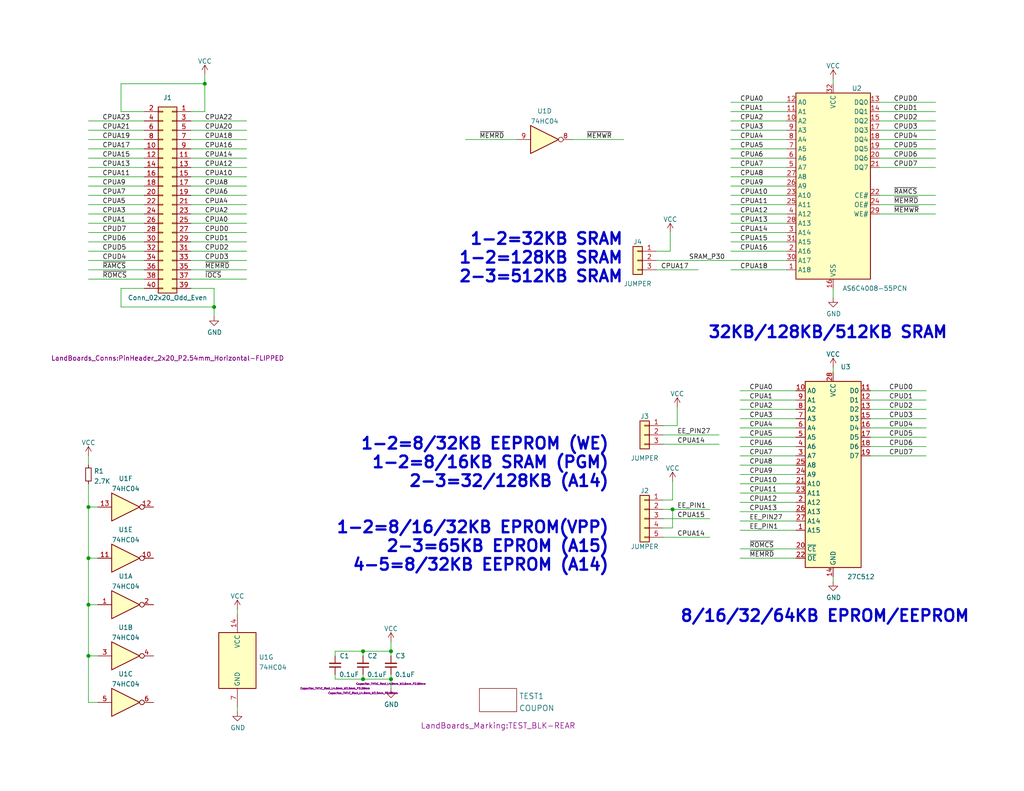
<source format=kicad_sch>
(kicad_sch (version 20230121) (generator eeschema)
  (paper "A")
  (title_block (title "LB-MEM-04") (date "2022-10-08") (rev "1") (company "Land Boards LLC") (comment 1 "SRAM/EPROM CARD"))
  (lib_symbols
    (symbol "74xx:74HC04"
      (property "Reference" "U" (at 0 1.27 0))
      (property "Value" "74HC04" (at 0 -1.27 0))
      (symbol "74HC04_1_0"
        (polyline (pts (xy -3.81 3.81) (xy -3.81 -3.81) (xy 3.81 0) (xy -3.81 3.81)) (stroke (width 0.254)) (fill (type background)))
        (pin input line (at -7.62 0 0) (length 3.81) (name "~") (number "1"))
        (pin output inverted (at 7.62 0 180) (length 3.81) (name "~") (number "2"))
      )
      (symbol "74HC04_2_0"
        (polyline (pts (xy -3.81 3.81) (xy -3.81 -3.81) (xy 3.81 0) (xy -3.81 3.81)) (stroke (width 0.254)) (fill (type background)))
        (pin input line (at -7.62 0 0) (length 3.81) (name "~") (number "3"))
        (pin output inverted (at 7.62 0 180) (length 3.81) (name "~") (number "4"))
      )
      (symbol "74HC04_3_0"
        (polyline (pts (xy -3.81 3.81) (xy -3.81 -3.81) (xy 3.81 0) (xy -3.81 3.81)) (stroke (width 0.254)) (fill (type background)))
        (pin input line (at -7.62 0 0) (length 3.81) (name "~") (number "5"))
        (pin output inverted (at 7.62 0 180) (length 3.81) (name "~") (number "6"))
      )
      (symbol "74HC04_4_0"
        (polyline (pts (xy -3.81 3.81) (xy -3.81 -3.81) (xy 3.81 0) (xy -3.81 3.81)) (stroke (width 0.254)) (fill (type background)))
        (pin output inverted (at 7.62 0 180) (length 3.81) (name "~") (number "8"))
        (pin input line (at -7.62 0 0) (length 3.81) (name "~") (number "9"))
      )
      (symbol "74HC04_5_0"
        (polyline (pts (xy -3.81 3.81) (xy -3.81 -3.81) (xy 3.81 0) (xy -3.81 3.81)) (stroke (width 0.254)) (fill (type background)))
        (pin output inverted (at 7.62 0 180) (length 3.81) (name "~") (number "10"))
        (pin input line (at -7.62 0 0) (length 3.81) (name "~") (number "11"))
      )
      (symbol "74HC04_6_0"
        (polyline (pts (xy -3.81 3.81) (xy -3.81 -3.81) (xy 3.81 0) (xy -3.81 3.81)) (stroke (width 0.254)) (fill (type background)))
        (pin output inverted (at 7.62 0 180) (length 3.81) (name "~") (number "12"))
        (pin input line (at -7.62 0 0) (length 3.81) (name "~") (number "13"))
      )
      (symbol "74HC04_7_0"
        (pin power_in line (at 0 12.7 270) (length 5.08) (name "VCC") (number "14"))
        (pin power_in line (at 0 -12.7 90) (length 5.08) (name "GND") (number "7"))
      )
      (symbol "74HC04_7_1"
        (rectangle (start -5.08 7.62) (end 5.08 -7.62) (stroke (width 0.254)) (fill (type background)))
      )
    )
    (symbol "Connector_Generic:Conn_01x03" (pin_names (offset 1.016) hide)
      (property "Reference" "J" (at 0 5.08 0))
      (property "Value" "Conn_01x03" (at 0 -5.08 0))
      (symbol "Conn_01x03_1_1"
        (rectangle (start -1.27 -2.413) (end 0 -2.667) (stroke (width 0.1524)))
        (rectangle (start -1.27 0.127) (end 0 -0.127) (stroke (width 0.1524)))
        (rectangle (start -1.27 2.667) (end 0 2.413) (stroke (width 0.1524)))
        (rectangle (start -1.27 3.81) (end 1.27 -3.81) (stroke (width 0.254)) (fill (type background)))
        (pin passive line (at -5.08 2.54 0) (length 3.81) (name "Pin_1") (number "1"))
        (pin passive line (at -5.08 0 0) (length 3.81) (name "Pin_2") (number "2"))
        (pin passive line (at -5.08 -2.54 0) (length 3.81) (name "Pin_3") (number "3"))
      )
    )
    (symbol "Connector_Generic:Conn_01x05" (pin_names (offset 1.016) hide)
      (property "Reference" "J" (at 0 7.62 0))
      (property "Value" "Conn_01x05" (at 0 -7.62 0))
      (symbol "Conn_01x05_1_1"
        (rectangle (start -1.27 -4.953) (end 0 -5.207) (stroke (width 0.1524)))
        (rectangle (start -1.27 -2.413) (end 0 -2.667) (stroke (width 0.1524)))
        (rectangle (start -1.27 0.127) (end 0 -0.127) (stroke (width 0.1524)))
        (rectangle (start -1.27 2.667) (end 0 2.413) (stroke (width 0.1524)))
        (rectangle (start -1.27 5.207) (end 0 4.953) (stroke (width 0.1524)))
        (rectangle (start -1.27 6.35) (end 1.27 -6.35) (stroke (width 0.254)) (fill (type background)))
        (pin passive line (at -5.08 5.08 0) (length 3.81) (name "Pin_1") (number "1"))
        (pin passive line (at -5.08 2.54 0) (length 3.81) (name "Pin_2") (number "2"))
        (pin passive line (at -5.08 0 0) (length 3.81) (name "Pin_3") (number "3"))
        (pin passive line (at -5.08 -2.54 0) (length 3.81) (name "Pin_4") (number "4"))
        (pin passive line (at -5.08 -5.08 0) (length 3.81) (name "Pin_5") (number "5"))
      )
    )
    (symbol "Connector_Generic:Conn_02x20_Odd_Even" (pin_names (offset 1.016) hide)
      (property "Reference" "J" (at 1.27 25.4 0))
      (property "Value" "Conn_02x20_Odd_Even" (at 1.27 -27.94 0))
      (symbol "Conn_02x20_Odd_Even_1_1"
        (rectangle (start -1.27 -25.273) (end 0 -25.527) (stroke (width 0.1524)))
        (rectangle (start -1.27 -22.733) (end 0 -22.987) (stroke (width 0.1524)))
        (rectangle (start -1.27 -20.193) (end 0 -20.447) (stroke (width 0.1524)))
        (rectangle (start -1.27 -17.653) (end 0 -17.907) (stroke (width 0.1524)))
        (rectangle (start -1.27 -15.113) (end 0 -15.367) (stroke (width 0.1524)))
        (rectangle (start -1.27 -12.573) (end 0 -12.827) (stroke (width 0.1524)))
        (rectangle (start -1.27 -10.033) (end 0 -10.287) (stroke (width 0.1524)))
        (rectangle (start -1.27 -7.493) (end 0 -7.747) (stroke (width 0.1524)))
        (rectangle (start -1.27 -4.953) (end 0 -5.207) (stroke (width 0.1524)))
        (rectangle (start -1.27 -2.413) (end 0 -2.667) (stroke (width 0.1524)))
        (rectangle (start -1.27 0.127) (end 0 -0.127) (stroke (width 0.1524)))
        (rectangle (start -1.27 2.667) (end 0 2.413) (stroke (width 0.1524)))
        (rectangle (start -1.27 5.207) (end 0 4.953) (stroke (width 0.1524)))
        (rectangle (start -1.27 7.747) (end 0 7.493) (stroke (width 0.1524)))
        (rectangle (start -1.27 10.287) (end 0 10.033) (stroke (width 0.1524)))
        (rectangle (start -1.27 12.827) (end 0 12.573) (stroke (width 0.1524)))
        (rectangle (start -1.27 15.367) (end 0 15.113) (stroke (width 0.1524)))
        (rectangle (start -1.27 17.907) (end 0 17.653) (stroke (width 0.1524)))
        (rectangle (start -1.27 20.447) (end 0 20.193) (stroke (width 0.1524)))
        (rectangle (start -1.27 22.987) (end 0 22.733) (stroke (width 0.1524)))
        (rectangle (start -1.27 24.13) (end 3.81 -26.67) (stroke (width 0.254)) (fill (type background)))
        (rectangle (start 3.81 -25.273) (end 2.54 -25.527) (stroke (width 0.1524)))
        (rectangle (start 3.81 -22.733) (end 2.54 -22.987) (stroke (width 0.1524)))
        (rectangle (start 3.81 -20.193) (end 2.54 -20.447) (stroke (width 0.1524)))
        (rectangle (start 3.81 -17.653) (end 2.54 -17.907) (stroke (width 0.1524)))
        (rectangle (start 3.81 -15.113) (end 2.54 -15.367) (stroke (width 0.1524)))
        (rectangle (start 3.81 -12.573) (end 2.54 -12.827) (stroke (width 0.1524)))
        (rectangle (start 3.81 -10.033) (end 2.54 -10.287) (stroke (width 0.1524)))
        (rectangle (start 3.81 -7.493) (end 2.54 -7.747) (stroke (width 0.1524)))
        (rectangle (start 3.81 -4.953) (end 2.54 -5.207) (stroke (width 0.1524)))
        (rectangle (start 3.81 -2.413) (end 2.54 -2.667) (stroke (width 0.1524)))
        (rectangle (start 3.81 0.127) (end 2.54 -0.127) (stroke (width 0.1524)))
        (rectangle (start 3.81 2.667) (end 2.54 2.413) (stroke (width 0.1524)))
        (rectangle (start 3.81 5.207) (end 2.54 4.953) (stroke (width 0.1524)))
        (rectangle (start 3.81 7.747) (end 2.54 7.493) (stroke (width 0.1524)))
        (rectangle (start 3.81 10.287) (end 2.54 10.033) (stroke (width 0.1524)))
        (rectangle (start 3.81 12.827) (end 2.54 12.573) (stroke (width 0.1524)))
        (rectangle (start 3.81 15.367) (end 2.54 15.113) (stroke (width 0.1524)))
        (rectangle (start 3.81 17.907) (end 2.54 17.653) (stroke (width 0.1524)))
        (rectangle (start 3.81 20.447) (end 2.54 20.193) (stroke (width 0.1524)))
        (rectangle (start 3.81 22.987) (end 2.54 22.733) (stroke (width 0.1524)))
        (pin passive line (at -5.08 22.86 0) (length 3.81) (name "Pin_1") (number "1"))
        (pin passive line (at 7.62 12.7 180) (length 3.81) (name "Pin_10") (number "10"))
        (pin passive line (at -5.08 10.16 0) (length 3.81) (name "Pin_11") (number "11"))
        (pin passive line (at 7.62 10.16 180) (length 3.81) (name "Pin_12") (number "12"))
        (pin passive line (at -5.08 7.62 0) (length 3.81) (name "Pin_13") (number "13"))
        (pin passive line (at 7.62 7.62 180) (length 3.81) (name "Pin_14") (number "14"))
        (pin passive line (at -5.08 5.08 0) (length 3.81) (name "Pin_15") (number "15"))
        (pin passive line (at 7.62 5.08 180) (length 3.81) (name "Pin_16") (number "16"))
        (pin passive line (at -5.08 2.54 0) (length 3.81) (name "Pin_17") (number "17"))
        (pin passive line (at 7.62 2.54 180) (length 3.81) (name "Pin_18") (number "18"))
        (pin passive line (at -5.08 0 0) (length 3.81) (name "Pin_19") (number "19"))
        (pin passive line (at 7.62 22.86 180) (length 3.81) (name "Pin_2") (number "2"))
        (pin passive line (at 7.62 0 180) (length 3.81) (name "Pin_20") (number "20"))
        (pin passive line (at -5.08 -2.54 0) (length 3.81) (name "Pin_21") (number "21"))
        (pin passive line (at 7.62 -2.54 180) (length 3.81) (name "Pin_22") (number "22"))
        (pin passive line (at -5.08 -5.08 0) (length 3.81) (name "Pin_23") (number "23"))
        (pin passive line (at 7.62 -5.08 180) (length 3.81) (name "Pin_24") (number "24"))
        (pin passive line (at -5.08 -7.62 0) (length 3.81) (name "Pin_25") (number "25"))
        (pin passive line (at 7.62 -7.62 180) (length 3.81) (name "Pin_26") (number "26"))
        (pin passive line (at -5.08 -10.16 0) (length 3.81) (name "Pin_27") (number "27"))
        (pin passive line (at 7.62 -10.16 180) (length 3.81) (name "Pin_28") (number "28"))
        (pin passive line (at -5.08 -12.7 0) (length 3.81) (name "Pin_29") (number "29"))
        (pin passive line (at -5.08 20.32 0) (length 3.81) (name "Pin_3") (number "3"))
        (pin passive line (at 7.62 -12.7 180) (length 3.81) (name "Pin_30") (number "30"))
        (pin passive line (at -5.08 -15.24 0) (length 3.81) (name "Pin_31") (number "31"))
        (pin passive line (at 7.62 -15.24 180) (length 3.81) (name "Pin_32") (number "32"))
        (pin passive line (at -5.08 -17.78 0) (length 3.81) (name "Pin_33") (number "33"))
        (pin passive line (at 7.62 -17.78 180) (length 3.81) (name "Pin_34") (number "34"))
        (pin passive line (at -5.08 -20.32 0) (length 3.81) (name "Pin_35") (number "35"))
        (pin passive line (at 7.62 -20.32 180) (length 3.81) (name "Pin_36") (number "36"))
        (pin passive line (at -5.08 -22.86 0) (length 3.81) (name "Pin_37") (number "37"))
        (pin passive line (at 7.62 -22.86 180) (length 3.81) (name "Pin_38") (number "38"))
        (pin passive line (at -5.08 -25.4 0) (length 3.81) (name "Pin_39") (number "39"))
        (pin passive line (at 7.62 20.32 180) (length 3.81) (name "Pin_4") (number "4"))
        (pin passive line (at 7.62 -25.4 180) (length 3.81) (name "Pin_40") (number "40"))
        (pin passive line (at -5.08 17.78 0) (length 3.81) (name "Pin_5") (number "5"))
        (pin passive line (at 7.62 17.78 180) (length 3.81) (name "Pin_6") (number "6"))
        (pin passive line (at -5.08 15.24 0) (length 3.81) (name "Pin_7") (number "7"))
        (pin passive line (at 7.62 15.24 180) (length 3.81) (name "Pin_8") (number "8"))
        (pin passive line (at -5.08 12.7 0) (length 3.81) (name "Pin_9") (number "9"))
      )
    )
    (symbol "Device:C_Small" (pin_numbers hide) (pin_names (offset 0.254) hide)
      (property "Reference" "C" (at 0.254 1.778 0))
      (property "Value" "C_Small" (at 0.254 -2.032 0))
      (symbol "C_Small_0_1"
        (polyline (pts (xy -1.524 -0.508) (xy 1.524 -0.508)) (stroke (width 0.3302)))
        (polyline (pts (xy -1.524 0.508) (xy 1.524 0.508)) (stroke (width 0.3048)))
      )
      (symbol "C_Small_1_1"
        (pin passive line (at 0 2.54 270) (length 2.032) (name "~") (number "1"))
        (pin passive line (at 0 -2.54 90) (length 2.032) (name "~") (number "2"))
      )
    )
    (symbol "Device:R_Small" (pin_numbers hide) (pin_names (offset 0.254) hide)
      (property "Reference" "R" (at 0.762 0.508 0))
      (property "Value" "R_Small" (at 0.762 -1.016 0))
      (symbol "R_Small_0_1"
        (rectangle (start -0.762 1.778) (end 0.762 -1.778) (stroke (width 0.2032)))
      )
      (symbol "R_Small_1_1"
        (pin passive line (at 0 2.54 270) (length 0.762) (name "~") (number "1"))
        (pin passive line (at 0 -2.54 90) (length 0.762) (name "~") (number "2"))
      )
    )
    (symbol "LandBoards:COUPON" (pin_names (offset 1.016))
      (property "Reference" "COUP?" (at 0 0 0))
      (property "Value" "COUPON" (at 0 0 0))
      (symbol "COUPON_0_1"
        (rectangle (start -5.08 0) (end 5.08 6.35))
      )
    )
    (symbol "Memory_EPROM:27C512"
      (property "Reference" "U" (at -7.62 26.67 0))
      (property "Value" "27C512" (at 2.54 -26.67 0))
      (symbol "27C512_1_1"
        (rectangle (start -7.62 25.4) (end 7.62 -25.4) (stroke (width 0.254)) (fill (type background)))
        (pin input line (at -10.16 -15.24 0) (length 2.54) (name "A15") (number "1"))
        (pin input line (at -10.16 22.86 0) (length 2.54) (name "A0") (number "10"))
        (pin tri_state line (at 10.16 22.86 180) (length 2.54) (name "D0") (number "11"))
        (pin tri_state line (at 10.16 20.32 180) (length 2.54) (name "D1") (number "12"))
        (pin tri_state line (at 10.16 17.78 180) (length 2.54) (name "D2") (number "13"))
        (pin power_in line (at 0 -27.94 90) (length 2.54) (name "GND") (number "14"))
        (pin tri_state line (at 10.16 15.24 180) (length 2.54) (name "D3") (number "15"))
        (pin tri_state line (at 10.16 12.7 180) (length 2.54) (name "D4") (number "16"))
        (pin tri_state line (at 10.16 10.16 180) (length 2.54) (name "D5") (number "17"))
        (pin tri_state line (at 10.16 7.62 180) (length 2.54) (name "D6") (number "18"))
        (pin tri_state line (at 10.16 5.08 180) (length 2.54) (name "D7") (number "19"))
        (pin input line (at -10.16 -7.62 0) (length 2.54) (name "A12") (number "2"))
        (pin input line (at -10.16 -20.32 0) (length 2.54) (name "~{CE}") (number "20"))
        (pin input line (at -10.16 -2.54 0) (length 2.54) (name "A10") (number "21"))
        (pin input line (at -10.16 -22.86 0) (length 2.54) (name "~{OE}") (number "22"))
        (pin input line (at -10.16 -5.08 0) (length 2.54) (name "A11") (number "23"))
        (pin input line (at -10.16 0 0) (length 2.54) (name "A9") (number "24"))
        (pin input line (at -10.16 2.54 0) (length 2.54) (name "A8") (number "25"))
        (pin input line (at -10.16 -10.16 0) (length 2.54) (name "A13") (number "26"))
        (pin input line (at -10.16 -12.7 0) (length 2.54) (name "A14") (number "27"))
        (pin power_in line (at 0 27.94 270) (length 2.54) (name "VCC") (number "28"))
        (pin input line (at -10.16 5.08 0) (length 2.54) (name "A7") (number "3"))
        (pin input line (at -10.16 7.62 0) (length 2.54) (name "A6") (number "4"))
        (pin input line (at -10.16 10.16 0) (length 2.54) (name "A5") (number "5"))
        (pin input line (at -10.16 12.7 0) (length 2.54) (name "A4") (number "6"))
        (pin input line (at -10.16 15.24 0) (length 2.54) (name "A3") (number "7"))
        (pin input line (at -10.16 17.78 0) (length 2.54) (name "A2") (number "8"))
        (pin input line (at -10.16 20.32 0) (length 2.54) (name "A1") (number "9"))
      )
    )
    (symbol "Memory_RAM:AS6C4008-55PCN"
      (property "Reference" "U" (at -10.16 26.035 0))
      (property "Value" "AS6C4008-55PCN" (at 2.54 26.035 0))
      (symbol "AS6C4008-55PCN_0_0"
        (pin power_in line (at 0 -27.94 90) (length 2.54) (name "VSS") (number "16"))
        (pin power_in line (at 0 27.94 270) (length 2.54) (name "VCC") (number "32"))
      )
      (symbol "AS6C4008-55PCN_0_1"
        (rectangle (start -10.16 25.4) (end 10.16 -25.4) (stroke (width 0.254)) (fill (type background)))
      )
      (symbol "AS6C4008-55PCN_1_1"
        (pin input line (at -12.7 -22.86 0) (length 2.54) (name "A18") (number "1"))
        (pin input line (at -12.7 17.78 0) (length 2.54) (name "A2") (number "10"))
        (pin input line (at -12.7 20.32 0) (length 2.54) (name "A1") (number "11"))
        (pin input line (at -12.7 22.86 0) (length 2.54) (name "A0") (number "12"))
        (pin tri_state line (at 12.7 22.86 180) (length 2.54) (name "DQ0") (number "13"))
        (pin tri_state line (at 12.7 20.32 180) (length 2.54) (name "DQ1") (number "14"))
        (pin tri_state line (at 12.7 17.78 180) (length 2.54) (name "DQ2") (number "15"))
        (pin tri_state line (at 12.7 15.24 180) (length 2.54) (name "DQ3") (number "17"))
        (pin tri_state line (at 12.7 12.7 180) (length 2.54) (name "DQ4") (number "18"))
        (pin tri_state line (at 12.7 10.16 180) (length 2.54) (name "DQ5") (number "19"))
        (pin input line (at -12.7 -17.78 0) (length 2.54) (name "A16") (number "2"))
        (pin tri_state line (at 12.7 7.62 180) (length 2.54) (name "DQ6") (number "20"))
        (pin tri_state line (at 12.7 5.08 180) (length 2.54) (name "DQ7") (number "21"))
        (pin input line (at 12.7 -2.54 180) (length 2.54) (name "CE#") (number "22"))
        (pin input line (at -12.7 -2.54 0) (length 2.54) (name "A10") (number "23"))
        (pin input line (at 12.7 -5.08 180) (length 2.54) (name "OE#") (number "24"))
        (pin input line (at -12.7 -5.08 0) (length 2.54) (name "A11") (number "25"))
        (pin input line (at -12.7 0 0) (length 2.54) (name "A9") (number "26"))
        (pin input line (at -12.7 2.54 0) (length 2.54) (name "A8") (number "27"))
        (pin input line (at -12.7 -10.16 0) (length 2.54) (name "A13") (number "28"))
        (pin input line (at 12.7 -7.62 180) (length 2.54) (name "WE#") (number "29"))
        (pin input line (at -12.7 -12.7 0) (length 2.54) (name "A14") (number "3"))
        (pin input line (at -12.7 -20.32 0) (length 2.54) (name "A17") (number "30"))
        (pin input line (at -12.7 -15.24 0) (length 2.54) (name "A15") (number "31"))
        (pin input line (at -12.7 -7.62 0) (length 2.54) (name "A12") (number "4"))
        (pin input line (at -12.7 5.08 0) (length 2.54) (name "A7") (number "5"))
        (pin input line (at -12.7 7.62 0) (length 2.54) (name "A6") (number "6"))
        (pin input line (at -12.7 10.16 0) (length 2.54) (name "A5") (number "7"))
        (pin input line (at -12.7 12.7 0) (length 2.54) (name "A4") (number "8"))
        (pin input line (at -12.7 15.24 0) (length 2.54) (name "A3") (number "9"))
      )
    )
    (symbol "power:GND" (power) (pin_names (offset 0))
      (property "Value" "GND" (at 0 -3.81 0))
      (symbol "GND_0_1"
        (polyline (pts (xy 0 0) (xy 0 -1.27) (xy 1.27 -1.27) (xy 0 -2.54) (xy -1.27 -1.27) (xy 0 -1.27)))
      )
      (symbol "GND_1_1"
        (pin power_in line (at 0 0 270) (length 0) hide (name "GND") (number "1"))
      )
    )
    (symbol "power:VCC" (power) (pin_names (offset 0))
      (property "Value" "VCC" (at 0 3.81 0))
      (symbol "VCC_0_1"
        (polyline (pts (xy -0.762 1.27) (xy 0 2.54)))
        (polyline (pts (xy 0 0) (xy 0 2.54)))
        (polyline (pts (xy 0 2.54) (xy 0.762 1.27)))
      )
      (symbol "VCC_1_1"
        (pin power_in line (at 0 0 90) (length 0) hide (name "VCC") (number "1"))
      )
    )
  )
  (junction (at 24.13 179.07))
  (junction (at 99.06 177.8))
  (junction (at 58.42 83.82))
  (junction (at 55.88 22.86))
  (junction (at 99.06 185.42))
  (junction (at 183.515 139.065))
  (junction (at 24.13 152.4))
  (junction (at 106.68 177.8))
  (junction (at 106.68 185.42))
  (junction (at 24.13 165.1))
  (junction (at 24.13 138.43))
  (wire (pts (xy 240.03 43.18) (xy 255.27 43.18)))
  (wire (pts (xy 199.39 38.1) (xy 214.63 38.1)))
  (wire (pts (xy 237.49 116.84) (xy 252.73 116.84)))
  (wire (pts (xy 201.93 129.54) (xy 217.17 129.54)))
  (wire (pts (xy 227.33 100.33) (xy 227.33 101.6)))
  (wire (pts (xy 106.68 185.42) (xy 99.06 185.42)))
  (wire (pts (xy 237.49 119.38) (xy 252.73 119.38)))
  (wire (pts (xy 179.07 73.66) (xy 190.5 73.66)))
  (wire (pts (xy 240.03 33.02) (xy 255.27 33.02)))
  (wire (pts (xy 106.68 179.07) (xy 106.68 177.8)))
  (wire (pts (xy 180.975 139.065) (xy 183.515 139.065)))
  (wire (pts (xy 179.07 68.58) (xy 182.88 68.58)))
  (wire (pts (xy 52.07 53.34) (xy 67.31 53.34)))
  (wire (pts (xy 99.06 185.42) (xy 91.44 185.42)))
  (wire (pts (xy 52.07 78.74) (xy 58.42 78.74)))
  (wire (pts (xy 106.68 185.42) (xy 106.68 187.96)))
  (wire (pts (xy 201.93 109.22) (xy 217.17 109.22)))
  (wire (pts (xy 201.93 132.08) (xy 217.17 132.08)))
  (wire (pts (xy 24.13 191.77) (xy 26.67 191.77)))
  (wire (pts (xy 24.13 76.2) (xy 39.37 76.2)))
  (wire (pts (xy 106.68 175.26) (xy 106.68 177.8)))
  (wire (pts (xy 180.975 121.285) (xy 196.215 121.285)))
  (wire (pts (xy 199.39 60.96) (xy 214.63 60.96)))
  (wire (pts (xy 201.93 124.46) (xy 217.17 124.46)))
  (wire (pts (xy 180.975 146.685) (xy 193.675 146.685)))
  (wire (pts (xy 24.13 165.1) (xy 24.13 179.07)))
  (wire (pts (xy 55.88 30.48) (xy 55.88 22.86)))
  (wire (pts (xy 201.93 119.38) (xy 217.17 119.38)))
  (wire (pts (xy 52.07 45.72) (xy 67.31 45.72)))
  (wire (pts (xy 24.13 48.26) (xy 39.37 48.26)))
  (wire (pts (xy 58.42 83.82) (xy 33.02 83.82)))
  (wire (pts (xy 52.07 66.04) (xy 67.31 66.04)))
  (wire (pts (xy 182.88 63.5) (xy 182.88 68.58)))
  (wire (pts (xy 64.77 194.31) (xy 64.77 193.04)))
  (wire (pts (xy 24.13 35.56) (xy 39.37 35.56)))
  (wire (pts (xy 199.39 58.42) (xy 214.63 58.42)))
  (wire (pts (xy 180.975 141.605) (xy 193.675 141.605)))
  (wire (pts (xy 237.49 124.46) (xy 252.73 124.46)))
  (wire (pts (xy 91.44 185.42) (xy 91.44 184.15)))
  (wire (pts (xy 199.39 43.18) (xy 214.63 43.18)))
  (wire (pts (xy 237.49 114.3) (xy 252.73 114.3)))
  (wire (pts (xy 199.39 63.5) (xy 214.63 63.5)))
  (wire (pts (xy 24.13 138.43) (xy 24.13 152.4)))
  (wire (pts (xy 184.785 111.125) (xy 184.785 116.205)))
  (wire (pts (xy 201.93 114.3) (xy 217.17 114.3)))
  (wire (pts (xy 227.33 21.59) (xy 227.33 22.86)))
  (wire (pts (xy 240.03 45.72) (xy 255.27 45.72)))
  (wire (pts (xy 183.515 139.065) (xy 193.675 139.065)))
  (wire (pts (xy 52.07 76.2) (xy 67.31 76.2)))
  (wire (pts (xy 55.88 22.86) (xy 33.02 22.86)))
  (wire (pts (xy 201.93 137.16) (xy 217.17 137.16)))
  (wire (pts (xy 183.515 131.445) (xy 183.515 136.525)))
  (wire (pts (xy 183.515 144.145) (xy 180.975 144.145)))
  (wire (pts (xy 201.93 139.7) (xy 217.17 139.7)))
  (wire (pts (xy 52.07 60.96) (xy 67.31 60.96)))
  (wire (pts (xy 199.39 33.02) (xy 214.63 33.02)))
  (wire (pts (xy 52.07 58.42) (xy 67.31 58.42)))
  (wire (pts (xy 240.03 40.64) (xy 255.27 40.64)))
  (wire (pts (xy 24.13 33.02) (xy 39.37 33.02)))
  (wire (pts (xy 24.13 53.34) (xy 39.37 53.34)))
  (wire (pts (xy 24.13 152.4) (xy 24.13 165.1)))
  (wire (pts (xy 24.13 38.1) (xy 39.37 38.1)))
  (wire (pts (xy 24.13 132.08) (xy 24.13 138.43)))
  (wire (pts (xy 24.13 45.72) (xy 39.37 45.72)))
  (wire (pts (xy 55.88 22.86) (xy 55.88 20.32)))
  (wire (pts (xy 24.13 68.58) (xy 39.37 68.58)))
  (wire (pts (xy 127 38.1) (xy 140.97 38.1)))
  (wire (pts (xy 24.13 71.12) (xy 39.37 71.12)))
  (wire (pts (xy 199.39 30.48) (xy 214.63 30.48)))
  (wire (pts (xy 201.93 152.4) (xy 217.17 152.4)))
  (wire (pts (xy 201.93 127) (xy 217.17 127)))
  (wire (pts (xy 106.68 184.15) (xy 106.68 185.42)))
  (wire (pts (xy 199.39 68.58) (xy 214.63 68.58)))
  (wire (pts (xy 199.39 27.94) (xy 214.63 27.94)))
  (wire (pts (xy 26.67 179.07) (xy 24.13 179.07)))
  (wire (pts (xy 24.13 60.96) (xy 39.37 60.96)))
  (wire (pts (xy 33.02 22.86) (xy 33.02 30.48)))
  (wire (pts (xy 201.93 149.86) (xy 217.17 149.86)))
  (wire (pts (xy 24.13 73.66) (xy 39.37 73.66)))
  (wire (pts (xy 99.06 179.07) (xy 99.06 177.8)))
  (wire (pts (xy 91.44 179.07) (xy 91.44 177.8)))
  (wire (pts (xy 52.07 43.18) (xy 67.31 43.18)))
  (wire (pts (xy 199.39 35.56) (xy 214.63 35.56)))
  (wire (pts (xy 199.39 50.8) (xy 214.63 50.8)))
  (wire (pts (xy 58.42 83.82) (xy 58.42 86.36)))
  (wire (pts (xy 201.93 111.76) (xy 217.17 111.76)))
  (wire (pts (xy 240.03 27.94) (xy 255.27 27.94)))
  (wire (pts (xy 52.07 38.1) (xy 67.31 38.1)))
  (wire (pts (xy 240.03 58.42) (xy 255.27 58.42)))
  (wire (pts (xy 237.49 106.68) (xy 252.73 106.68)))
  (wire (pts (xy 52.07 40.64) (xy 67.31 40.64)))
  (wire (pts (xy 180.975 136.525) (xy 183.515 136.525)))
  (wire (pts (xy 227.33 78.74) (xy 227.33 81.28)))
  (wire (pts (xy 58.42 78.74) (xy 58.42 83.82)))
  (wire (pts (xy 240.03 55.88) (xy 255.27 55.88)))
  (wire (pts (xy 201.93 134.62) (xy 217.17 134.62)))
  (wire (pts (xy 52.07 33.02) (xy 67.31 33.02)))
  (wire (pts (xy 240.03 30.48) (xy 255.27 30.48)))
  (wire (pts (xy 52.07 35.56) (xy 67.31 35.56)))
  (wire (pts (xy 227.33 157.48) (xy 227.33 158.75)))
  (wire (pts (xy 180.975 116.205) (xy 184.785 116.205)))
  (wire (pts (xy 24.13 43.18) (xy 39.37 43.18)))
  (wire (pts (xy 52.07 55.88) (xy 67.31 55.88)))
  (wire (pts (xy 237.49 111.76) (xy 252.73 111.76)))
  (wire (pts (xy 199.39 66.04) (xy 214.63 66.04)))
  (wire (pts (xy 99.06 177.8) (xy 106.68 177.8)))
  (wire (pts (xy 24.13 40.64) (xy 39.37 40.64)))
  (wire (pts (xy 201.93 121.92) (xy 217.17 121.92)))
  (wire (pts (xy 52.07 48.26) (xy 67.31 48.26)))
  (wire (pts (xy 199.39 53.34) (xy 214.63 53.34)))
  (wire (pts (xy 52.07 63.5) (xy 67.31 63.5)))
  (wire (pts (xy 99.06 184.15) (xy 99.06 185.42)))
  (wire (pts (xy 201.93 144.78) (xy 217.17 144.78)))
  (wire (pts (xy 199.39 48.26) (xy 214.63 48.26)))
  (wire (pts (xy 52.07 50.8) (xy 67.31 50.8)))
  (wire (pts (xy 24.13 152.4) (xy 26.67 152.4)))
  (wire (pts (xy 237.49 121.92) (xy 252.73 121.92)))
  (wire (pts (xy 199.39 55.88) (xy 214.63 55.88)))
  (wire (pts (xy 179.07 71.12) (xy 214.63 71.12)))
  (wire (pts (xy 199.39 40.64) (xy 214.63 40.64)))
  (wire (pts (xy 33.02 30.48) (xy 39.37 30.48)))
  (wire (pts (xy 52.07 68.58) (xy 67.31 68.58)))
  (wire (pts (xy 52.07 30.48) (xy 55.88 30.48)))
  (wire (pts (xy 24.13 138.43) (xy 26.67 138.43)))
  (wire (pts (xy 24.13 63.5) (xy 39.37 63.5)))
  (wire (pts (xy 201.93 116.84) (xy 217.17 116.84)))
  (wire (pts (xy 24.13 66.04) (xy 39.37 66.04)))
  (wire (pts (xy 183.515 139.065) (xy 183.515 144.145)))
  (wire (pts (xy 240.03 38.1) (xy 255.27 38.1)))
  (wire (pts (xy 201.93 106.68) (xy 217.17 106.68)))
  (wire (pts (xy 24.13 165.1) (xy 26.67 165.1)))
  (wire (pts (xy 201.93 142.24) (xy 217.17 142.24)))
  (wire (pts (xy 33.02 78.74) (xy 39.37 78.74)))
  (wire (pts (xy 240.03 35.56) (xy 255.27 35.56)))
  (wire (pts (xy 237.49 109.22) (xy 252.73 109.22)))
  (wire (pts (xy 24.13 179.07) (xy 24.13 191.77)))
  (wire (pts (xy 24.13 55.88) (xy 39.37 55.88)))
  (wire (pts (xy 156.21 38.1) (xy 170.18 38.1)))
  (wire (pts (xy 199.39 45.72) (xy 214.63 45.72)))
  (wire (pts (xy 240.03 53.34) (xy 255.27 53.34)))
  (wire (pts (xy 24.13 58.42) (xy 39.37 58.42)))
  (wire (pts (xy 91.44 177.8) (xy 99.06 177.8)))
  (wire (pts (xy 52.07 71.12) (xy 67.31 71.12)))
  (wire (pts (xy 33.02 83.82) (xy 33.02 78.74)))
  (wire (pts (xy 180.975 118.745) (xy 196.215 118.745)))
  (wire (pts (xy 24.13 50.8) (xy 39.37 50.8)))
  (wire (pts (xy 64.77 166.37) (xy 64.77 167.64)))
  (wire (pts (xy 52.07 73.66) (xy 67.31 73.66)))
  (wire (pts (xy 24.13 124.46) (xy 24.13 127)))
  (wire (pts (xy 199.39 73.66) (xy 214.63 73.66)))
  (text "32KB/128KB/512KB SRAM" (at 193.04 92.71 0) (effects (font (size 3.175 3.175) (thickness 0.635) bold) (justify left bottom)))
  (text "1-2=8/32KB EEPROM (WE)\n1-2=8/16KB SRAM (PGM)\n2-3=32/128KB (A14)" (at 166.37 133.35 0) (effects (font (size 3.175 3.175) (thickness 0.635) bold) (justify right bottom)))
  (text "1-2=8/16/32KB EPROM(VPP)\n2-3=65KB EPROM (A15)\n4-5=8/32KB EEPROM (A14)" (at 166.37 156.21 0) (effects (font (size 3.175 3.175) (thickness 0.635) bold) (justify right bottom)))
  (text "8/16/32/64KB EPROM/EEPROM" (at 185.42 170.18 0) (effects (font (size 3.175 3.175) (thickness 0.635) bold) (justify left bottom)))
  (text "1-2=32KB SRAM\n1-2=128KB SRAM\n2-3=512KB SRAM" (at 170.18 77.47 0) (effects (font (size 3.175 3.175) (thickness 0.635) bold) (justify right bottom)))
  (label "CPUD0" (at 242.57 106.68 0))
  (label "CPUA4" (at 55.88 55.88 0))
  (label "CPUD1" (at 242.57 109.22 0))
  (label "CPUA12" (at 55.88 45.72 0))
  (label "CPUA9" (at 27.94 50.8 0))
  (label "CPUA17" (at 180.34 73.66 0))
  (label "CPUA6" (at 201.93 43.18 0))
  (label "CPUA6" (at 204.47 121.92 0))
  (label "CPUA20" (at 55.88 35.56 0))
  (label "CPUD3" (at 55.88 71.12 0))
  (label "CPUA2" (at 201.93 33.02 0))
  (label "CPUD4" (at 242.57 116.84 0))
  (label "CPUA8" (at 201.93 48.26 0))
  (label "~{RAMCS}" (at 243.84 53.34 0))
  (label "CPUD6" (at 242.57 121.92 0))
  (label "CPUD3" (at 243.84 35.56 0))
  (label "CPUD2" (at 242.57 111.76 0))
  (label "~{MEMWR}" (at 160.02 38.1 0))
  (label "EE_PIN1" (at 184.785 139.065 0))
  (label "CPUD2" (at 55.88 68.58 0))
  (label "CPUA11" (at 201.93 55.88 0))
  (label "CPUA3" (at 27.94 58.42 0))
  (label "EE_PIN1" (at 204.47 144.78 0))
  (label "CPUA15" (at 27.94 43.18 0))
  (label "CPUA2" (at 55.88 58.42 0))
  (label "CPUA7" (at 204.47 124.46 0))
  (label "CPUD4" (at 243.84 38.1 0))
  (label "CPUD2" (at 243.84 33.02 0))
  (label "CPUA19" (at 27.94 38.1 0))
  (label "CPUA11" (at 27.94 48.26 0))
  (label "CPUA5" (at 204.47 119.38 0))
  (label "~{MEMRD}" (at 130.81 38.1 0))
  (label "CPUD4" (at 27.94 71.12 0))
  (label "CPUA5" (at 201.93 40.64 0))
  (label "CPUA14" (at 201.93 63.5 0))
  (label "CPUA2" (at 204.47 111.76 0))
  (label "CPUA15" (at 184.785 141.605 0))
  (label "CPUA18" (at 55.88 38.1 0))
  (label "CPUA15" (at 201.93 66.04 0))
  (label "EE_PIN27" (at 184.785 118.745 0))
  (label "CPUA7" (at 27.94 53.34 0))
  (label "CPUA14" (at 184.785 121.285 0))
  (label "~{IOCS}" (at 55.88 76.2 0))
  (label "~{MEMRD}" (at 55.88 73.66 0))
  (label "~{MEMRD}" (at 204.47 152.4 0))
  (label "CPUA13" (at 204.47 139.7 0))
  (label "CPUD0" (at 55.88 63.5 0))
  (label "CPUA0" (at 201.93 27.94 0))
  (label "CPUA3" (at 201.93 35.56 0))
  (label "CPUD5" (at 243.84 40.64 0))
  (label "~{RAMCS}" (at 27.94 73.66 0))
  (label "EE_PIN27" (at 204.47 142.24 0))
  (label "CPUA9" (at 201.93 50.8 0))
  (label "~{ROMCS}" (at 204.47 149.86 0))
  (label "CPUD6" (at 243.84 43.18 0))
  (label "CPUD1" (at 243.84 30.48 0))
  (label "CPUA10" (at 55.88 48.26 0))
  (label "CPUD7" (at 243.84 45.72 0))
  (label "CPUD5" (at 27.94 68.58 0))
  (label "CPUA9" (at 204.47 129.54 0))
  (label "CPUA14" (at 55.88 43.18 0))
  (label "CPUA10" (at 201.93 53.34 0))
  (label "CPUA12" (at 204.47 137.16 0))
  (label "CPUA1" (at 201.93 30.48 0))
  (label "CPUA4" (at 201.93 38.1 0))
  (label "CPUD7" (at 27.94 63.5 0))
  (label "CPUA12" (at 201.93 58.42 0))
  (label "CPUA10" (at 204.47 132.08 0))
  (label "CPUA11" (at 204.47 134.62 0))
  (label "CPUA4" (at 204.47 116.84 0))
  (label "CPUA0" (at 204.47 106.68 0))
  (label "CPUA22" (at 55.88 33.02 0))
  (label "CPUA16" (at 201.93 68.58 0))
  (label "CPUA5" (at 27.94 55.88 0))
  (label "CPUA14" (at 184.785 146.685 0))
  (label "CPUA18" (at 201.93 73.66 0))
  (label "SRAM_P30" (at 187.96 71.12 0))
  (label "CPUD0" (at 243.84 27.94 0))
  (label "CPUA13" (at 27.94 45.72 0))
  (label "CPUA17" (at 27.94 40.64 0))
  (label "CPUA0" (at 55.88 60.96 0))
  (label "~{ROMCS}" (at 27.94 76.2 0))
  (label "CPUD7" (at 242.57 124.46 0))
  (label "CPUA1" (at 27.94 60.96 0))
  (label "CPUD3" (at 242.57 114.3 0))
  (label "CPUA8" (at 204.47 127 0))
  (label "CPUA3" (at 204.47 114.3 0))
  (label "CPUA13" (at 201.93 60.96 0))
  (label "CPUA23" (at 27.94 33.02 0))
  (label "CPUA21" (at 27.94 35.56 0))
  (label "CPUA1" (at 204.47 109.22 0))
  (label "CPUA16" (at 55.88 40.64 0))
  (label "~{MEMWR}" (at 243.84 58.42 0))
  (label "~{MEMRD}" (at 243.84 55.88 0))
  (label "CPUA6" (at 55.88 53.34 0))
  (label "CPUA8" (at 55.88 50.8 0))
  (label "CPUD6" (at 27.94 66.04 0))
  (label "CPUD1" (at 55.88 66.04 0))
  (label "CPUA7" (at 201.93 45.72 0))
  (label "CPUD5" (at 242.57 119.38 0))
  (symbol (lib_id "power:GND") (at 58.42 86.36 0) (unit 1)
    (property "Reference" "#PWR02" (effects hide))
    (property "Value" "GND" (at 58.547 90.7542 0))
  )
  (symbol (lib_id "power:GND") (at 227.33 81.28 0) (unit 1)
    (property "Reference" "#PWR0104" (effects hide))
    (property "Value" "GND" (at 227.457 85.6742 0))
  )
  (symbol (lib_id "power:GND") (at 106.68 187.96 0) (unit 1)
    (property "Reference" "#PWR0126" (effects hide))
    (property "Value" "GND" (at 106.807 192.3542 0))
  )
  (symbol (lib_id "Device:C_Small") (at 99.06 181.61 180) (unit 1)
    (property "Reference" "C2" (at 101.6 179.07 0))
    (property "Value" "0.1uF" (at 102.87 184.15 0))
    (property "Footprint" "Capacitor_THT:C_Rect_L4.0mm_W2.5mm_P2.50mm" (at 99.06 189.23 0) (effects (font (size 0.508 0.508))))
  )
  (symbol (lib_id "Device:C_Small") (at 106.68 181.61 180) (unit 1)
    (property "Reference" "C3" (at 109.22 179.07 0))
    (property "Value" "0.1uF" (at 110.49 184.15 0))
    (property "Footprint" "Capacitor_THT:C_Rect_L4.0mm_W2.5mm_P2.50mm" (at 106.68 186.69 0) (effects (font (size 0.508 0.508))))
  )
  (symbol (lib_id "Device:C_Small") (at 91.44 181.61 180) (unit 1)
    (property "Reference" "C1" (at 93.98 179.07 0))
    (property "Value" "0.1uF" (at 95.25 184.15 0))
    (property "Footprint" "Capacitor_THT:C_Rect_L4.0mm_W2.5mm_P2.50mm" (at 91.44 187.96 0) (effects (font (size 0.508 0.508))))
  )
  (symbol (lib_id "74xx:74HC04") (at 148.59 38.1 0) (unit 4)
    (property "Reference" "U1" (at 148.59 30.3235 0))
    (property "Value" "74HC04" (at 148.59 33.0986 0))
    (property "Footprint" "Package_DIP:DIP-14_W7.62mm_LongPads" (effects hide))
    (property "Datasheet" "https://assets.nexperia.com/documents/data-sheet/74HC_HCT04.pdf" (effects hide))
  )
  (symbol (lib_id "power:VCC") (at 184.785 111.125 0) (unit 1)
    (property "Reference" "#PWR0106" (effects hide))
    (property "Value" "VCC" (at 184.785 107.5205 0))
  )
  (symbol (lib_id "Device:R_Small") (at 24.13 129.54 0) (unit 1)
    (property "Reference" "R1" (at 25.6286 128.6315 0) (effects (justify left)))
    (property "Value" "2.7K" (at 25.6286 131.4066 0) (effects (justify left)))
    (property "Footprint" "Resistor_THT:R_Axial_DIN0204_L3.6mm_D1.6mm_P7.62mm_Horizontal" (effects hide))
  )
  (symbol (lib_id "power:VCC") (at 227.33 100.33 0) (unit 1)
    (property "Reference" "#PWR0107" (effects hide))
    (property "Value" "VCC" (at 227.33 96.7255 0))
  )
  (symbol (lib_id "power:VCC") (at 55.88 20.32 0) (unit 1)
    (property "Reference" "#PWR0105" (effects hide))
    (property "Value" "VCC" (at 55.88 16.7155 0))
  )
  (symbol (lib_id "power:GND") (at 227.33 158.75 0) (unit 1)
    (property "Reference" "#PWR0103" (effects hide))
    (property "Value" "GND" (at 227.457 163.1442 0))
  )
  (symbol (lib_id "power:VCC") (at 24.13 124.46 0) (unit 1)
    (property "Reference" "#PWR0111" (effects hide))
    (property "Value" "VCC" (at 24.13 120.8555 0))
  )
  (symbol (lib_id "power:VCC") (at 106.68 175.26 0) (unit 1)
    (property "Reference" "#PWR0109" (effects hide))
    (property "Value" "VCC" (at 106.68 171.6555 0))
  )
  (symbol (lib_id "74xx:74HC04") (at 34.29 165.1 0) (unit 1)
    (property "Reference" "U1" (at 34.29 157.3235 0))
    (property "Value" "74HC04" (at 34.29 160.0986 0))
    (property "Footprint" "Package_DIP:DIP-14_W7.62mm_LongPads" (effects hide))
    (property "Datasheet" "https://assets.nexperia.com/documents/data-sheet/74HC_HCT04.pdf" (effects hide))
  )
  (symbol (lib_id "74xx:74HC04") (at 34.29 191.77 0) (unit 3)
    (property "Reference" "U1" (at 34.29 183.9935 0))
    (property "Value" "74HC04" (at 34.29 186.7686 0))
    (property "Footprint" "Package_DIP:DIP-14_W7.62mm_LongPads" (effects hide))
    (property "Datasheet" "https://assets.nexperia.com/documents/data-sheet/74HC_HCT04.pdf" (effects hide))
  )
  (symbol (lib_id "LandBoards:COUPON") (at 135.89 194.31 0) (unit 1)
    (property "Reference" "TEST1" (at 141.605 190.0703 0) (effects (font (size 1.524 1.524)) (justify left)))
    (property "Value" "COUPON" (at 141.605 193.3493 0) (effects (font (size 1.524 1.524)) (justify left)))
    (property "Footprint" "LandBoards_Marking:TEST_BLK-REAR" (at 135.89 198.12 0) (effects (font (size 1.524 1.524))))
  )
  (symbol (lib_id "Connector_Generic:Conn_01x03") (at 175.895 118.745 0) (mirror y) (unit 1)
    (property "Reference" "J3" (at 175.895 113.665 0))
    (property "Value" "JUMPER" (at 175.895 125.095 0))
    (property "Footprint" "Connector_PinHeader_2.54mm:PinHeader_1x03_P2.54mm_Vertical" (effects hide))
  )
  (symbol (lib_id "Connector_Generic:Conn_02x20_Odd_Even") (at 46.99 53.34 0) (mirror y) (unit 1)
    (property "Reference" "J1" (at 45.72 26.67 0))
    (property "Value" "Conn_02x20_Odd_Even" (at 45.72 81.28 0))
    (property "Footprint" "LandBoards_Conns:PinHeader_2x20_P2.54mm_Horizontal-FLIPPED" (at 45.72 97.79 0))
  )
  (symbol (lib_id "power:VCC") (at 182.88 63.5 0) (unit 1)
    (property "Reference" "#PWR0112" (effects hide))
    (property "Value" "VCC" (at 182.88 59.8955 0))
  )
  (symbol (lib_id "Connector_Generic:Conn_01x05") (at 175.895 141.605 0) (mirror y) (unit 1)
    (property "Reference" "J2" (at 175.895 133.985 0))
    (property "Value" "JUMPER" (at 175.895 149.225 0))
    (property "Footprint" "Connector_PinHeader_2.54mm:PinHeader_1x05_P2.54mm_Vertical" (effects hide))
  )
  (symbol (lib_id "Connector_Generic:Conn_01x03") (at 173.99 71.12 0) (mirror y) (unit 1)
    (property "Reference" "J4" (at 173.99 66.04 0))
    (property "Value" "JUMPER" (at 173.99 77.47 0))
    (property "Footprint" "Connector_PinHeader_2.54mm:PinHeader_1x03_P2.54mm_Vertical" (effects hide))
  )
  (symbol (lib_id "Memory_RAM:AS6C4008-55PCN") (at 227.33 50.8 0) (unit 1)
    (property "Reference" "U2" (at 232.41 24.13 0) (effects (justify left)))
    (property "Value" "AS6C4008-55PCN" (at 229.87 78.74 0) (effects (justify left)))
    (property "Footprint" "Package_DIP:DIP-32_W15.24mm" (effects hide))
    (property "Datasheet" "https://www.alliancememory.com/wp-content/uploads/pdf/AS6C4008.pdf" (effects hide))
  )
  (symbol (lib_id "74xx:74HC04") (at 34.29 179.07 0) (unit 2)
    (property "Reference" "U1" (at 34.29 171.2935 0))
    (property "Value" "74HC04" (at 34.29 174.0686 0))
    (property "Footprint" "Package_DIP:DIP-14_W7.62mm_LongPads" (effects hide))
    (property "Datasheet" "https://assets.nexperia.com/documents/data-sheet/74HC_HCT04.pdf" (effects hide))
  )
  (symbol (lib_id "power:VCC") (at 183.515 131.445 0) (unit 1)
    (property "Reference" "#PWR0102" (effects hide))
    (property "Value" "VCC" (at 183.515 127.8405 0))
  )
  (symbol (lib_id "power:VCC") (at 64.77 166.37 0) (unit 1)
    (property "Reference" "#PWR0110" (effects hide))
    (property "Value" "VCC" (at 64.77 162.7655 0))
  )
  (symbol (lib_id "74xx:74HC04") (at 64.77 180.34 0) (unit 7)
    (property "Reference" "U1" (at 70.612 179.4315 0) (effects (justify left)))
    (property "Value" "74HC04" (at 70.612 182.2066 0) (effects (justify left)))
    (property "Footprint" "Package_DIP:DIP-14_W7.62mm_LongPads" (effects hide))
    (property "Datasheet" "https://assets.nexperia.com/documents/data-sheet/74HC_HCT04.pdf" (effects hide))
  )
  (symbol (lib_id "power:GND") (at 64.77 194.31 0) (unit 1)
    (property "Reference" "#PWR0108" (effects hide))
    (property "Value" "GND" (at 64.897 198.7042 0))
  )
  (symbol (lib_id "Memory_EPROM:27C512") (at 227.33 129.54 0) (unit 1)
    (property "Reference" "U3" (at 229.3494 100.1735 0) (effects (justify left)))
    (property "Value" "27C512" (at 231.14 157.48 0) (effects (justify left)))
    (property "Footprint" "Package_DIP:DIP-28_W15.24mm" (effects hide))
    (property "Datasheet" "http://ww1.microchip.com/downloads/en/DeviceDoc/doc0015.pdf" (effects hide))
  )
  (symbol (lib_id "74xx:74HC04") (at 34.29 138.43 0) (unit 6)
    (property "Reference" "U1" (at 34.29 130.6535 0))
    (property "Value" "74HC04" (at 34.29 133.4286 0))
    (property "Footprint" "Package_DIP:DIP-14_W7.62mm_LongPads" (effects hide))
    (property "Datasheet" "https://assets.nexperia.com/documents/data-sheet/74HC_HCT04.pdf" (effects hide))
  )
  (symbol (lib_id "74xx:74HC04") (at 34.29 152.4 0) (unit 5)
    (property "Reference" "U1" (at 34.29 144.6235 0))
    (property "Value" "74HC04" (at 34.29 147.3986 0))
    (property "Footprint" "Package_DIP:DIP-14_W7.62mm_LongPads" (effects hide))
    (property "Datasheet" "https://assets.nexperia.com/documents/data-sheet/74HC_HCT04.pdf" (effects hide))
  )
  (symbol (lib_id "power:VCC") (at 227.33 21.59 0) (unit 1)
    (property "Reference" "#PWR0101" (effects hide))
    (property "Value" "VCC" (at 227.33 17.9855 0))
  )
)
</source>
